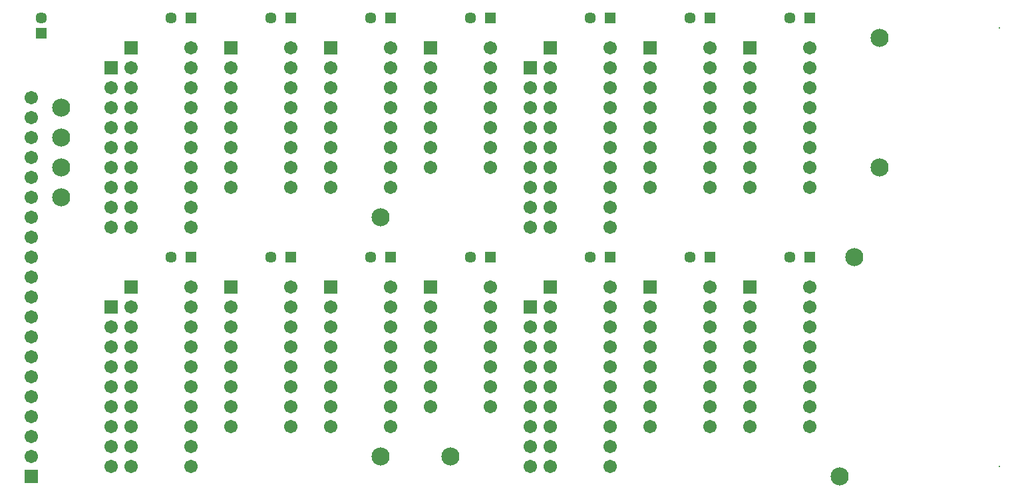
<source format=gts>
G04*
G04 #@! TF.GenerationSoftware,Altium Limited,Altium Designer,21.0.9 (235)*
G04*
G04 Layer_Color=8388736*
%FSLAX25Y25*%
%MOIN*%
G70*
G04*
G04 #@! TF.SameCoordinates,9810A963-8346-42D8-B9D0-F92D299A61E0*
G04*
G04*
G04 #@! TF.FilePolarity,Negative*
G04*
G01*
G75*
%ADD15C,0.09068*%
%ADD16R,0.05721X0.05721*%
%ADD17C,0.05721*%
%ADD18R,0.06706X0.06706*%
%ADD19C,0.06706*%
%ADD20C,0.06706*%
%ADD21R,0.06706X0.06706*%
%ADD22R,0.05721X0.05721*%
%ADD23C,0.00800*%
D15*
X125000Y260000D02*
D03*
Y275000D02*
D03*
Y290000D02*
D03*
Y305000D02*
D03*
X285000Y250000D02*
D03*
X535000Y340000D02*
D03*
X285000Y130000D02*
D03*
X320000D02*
D03*
X515000Y120000D02*
D03*
X522500Y230000D02*
D03*
X535000Y275000D02*
D03*
D16*
X240000Y350000D02*
D03*
X290000D02*
D03*
X340000D02*
D03*
X500000D02*
D03*
X450000D02*
D03*
X400000D02*
D03*
X190000Y230000D02*
D03*
X240000D02*
D03*
X290000D02*
D03*
X340000D02*
D03*
X400000D02*
D03*
X450000D02*
D03*
X500000D02*
D03*
X190000Y350000D02*
D03*
D17*
X230157D02*
D03*
X280157D02*
D03*
X330157D02*
D03*
X490158D02*
D03*
X440158D02*
D03*
X390158D02*
D03*
X180157Y230000D02*
D03*
X230157D02*
D03*
X280157D02*
D03*
X330157D02*
D03*
X390158D02*
D03*
X440158D02*
D03*
X490158D02*
D03*
X180157Y350000D02*
D03*
X115000D02*
D03*
D18*
X210000Y335000D02*
D03*
X470000D02*
D03*
X370000D02*
D03*
X420000D02*
D03*
X470000Y215000D02*
D03*
X420000D02*
D03*
X370000D02*
D03*
X310000D02*
D03*
X260000D02*
D03*
X210000D02*
D03*
X160000D02*
D03*
Y335000D02*
D03*
X260000D02*
D03*
X310000D02*
D03*
D19*
X210000Y325000D02*
D03*
Y315000D02*
D03*
Y305000D02*
D03*
Y295000D02*
D03*
Y285000D02*
D03*
Y275000D02*
D03*
Y265000D02*
D03*
X240000Y335000D02*
D03*
Y325000D02*
D03*
Y315000D02*
D03*
Y305000D02*
D03*
Y295000D02*
D03*
Y285000D02*
D03*
Y275000D02*
D03*
Y265000D02*
D03*
X500000D02*
D03*
Y275000D02*
D03*
Y285000D02*
D03*
Y295000D02*
D03*
Y305000D02*
D03*
Y315000D02*
D03*
Y325000D02*
D03*
Y335000D02*
D03*
X470000Y265000D02*
D03*
Y275000D02*
D03*
Y285000D02*
D03*
Y295000D02*
D03*
Y305000D02*
D03*
Y315000D02*
D03*
Y325000D02*
D03*
X370000D02*
D03*
Y315000D02*
D03*
Y305000D02*
D03*
Y295000D02*
D03*
Y285000D02*
D03*
Y275000D02*
D03*
Y265000D02*
D03*
Y255000D02*
D03*
Y245000D02*
D03*
X400000Y335000D02*
D03*
Y315000D02*
D03*
Y305000D02*
D03*
Y295000D02*
D03*
Y285000D02*
D03*
Y275000D02*
D03*
Y265000D02*
D03*
Y255000D02*
D03*
Y245000D02*
D03*
X450000Y265000D02*
D03*
Y275000D02*
D03*
Y285000D02*
D03*
Y295000D02*
D03*
Y305000D02*
D03*
Y315000D02*
D03*
Y325000D02*
D03*
Y335000D02*
D03*
X420000Y265000D02*
D03*
Y275000D02*
D03*
Y285000D02*
D03*
Y295000D02*
D03*
Y305000D02*
D03*
Y315000D02*
D03*
Y325000D02*
D03*
X500000Y145000D02*
D03*
Y155000D02*
D03*
Y165000D02*
D03*
Y175000D02*
D03*
Y185000D02*
D03*
Y195000D02*
D03*
Y205000D02*
D03*
Y215000D02*
D03*
X470000Y145000D02*
D03*
Y155000D02*
D03*
Y165000D02*
D03*
Y175000D02*
D03*
Y185000D02*
D03*
Y195000D02*
D03*
Y205000D02*
D03*
X450000Y145000D02*
D03*
Y155000D02*
D03*
Y165000D02*
D03*
Y175000D02*
D03*
Y185000D02*
D03*
Y195000D02*
D03*
Y205000D02*
D03*
Y215000D02*
D03*
X420000Y145000D02*
D03*
Y155000D02*
D03*
Y165000D02*
D03*
Y175000D02*
D03*
Y185000D02*
D03*
Y195000D02*
D03*
Y205000D02*
D03*
X370000D02*
D03*
Y195000D02*
D03*
Y185000D02*
D03*
Y175000D02*
D03*
Y165000D02*
D03*
Y155000D02*
D03*
Y145000D02*
D03*
Y135000D02*
D03*
Y125000D02*
D03*
X400000Y215000D02*
D03*
Y195000D02*
D03*
Y185000D02*
D03*
Y175000D02*
D03*
Y165000D02*
D03*
Y155000D02*
D03*
Y145000D02*
D03*
Y135000D02*
D03*
Y125000D02*
D03*
X340000Y155000D02*
D03*
Y165000D02*
D03*
Y175000D02*
D03*
Y185000D02*
D03*
Y195000D02*
D03*
Y205000D02*
D03*
Y215000D02*
D03*
X310000Y155000D02*
D03*
Y165000D02*
D03*
Y175000D02*
D03*
Y185000D02*
D03*
Y195000D02*
D03*
Y205000D02*
D03*
X260000D02*
D03*
Y195000D02*
D03*
Y185000D02*
D03*
Y175000D02*
D03*
Y165000D02*
D03*
Y155000D02*
D03*
Y145000D02*
D03*
X290000Y215000D02*
D03*
Y205000D02*
D03*
Y195000D02*
D03*
Y185000D02*
D03*
Y175000D02*
D03*
Y165000D02*
D03*
Y155000D02*
D03*
Y145000D02*
D03*
X240000D02*
D03*
Y155000D02*
D03*
Y165000D02*
D03*
Y175000D02*
D03*
Y185000D02*
D03*
Y195000D02*
D03*
Y205000D02*
D03*
Y215000D02*
D03*
X210000Y145000D02*
D03*
Y155000D02*
D03*
Y165000D02*
D03*
Y175000D02*
D03*
Y185000D02*
D03*
Y195000D02*
D03*
Y205000D02*
D03*
X160000D02*
D03*
Y195000D02*
D03*
Y185000D02*
D03*
Y175000D02*
D03*
Y165000D02*
D03*
Y155000D02*
D03*
Y145000D02*
D03*
Y135000D02*
D03*
Y125000D02*
D03*
X190000Y215000D02*
D03*
Y195000D02*
D03*
Y185000D02*
D03*
Y175000D02*
D03*
Y165000D02*
D03*
Y155000D02*
D03*
Y145000D02*
D03*
Y135000D02*
D03*
Y125000D02*
D03*
X160000Y325000D02*
D03*
Y315000D02*
D03*
Y305000D02*
D03*
Y295000D02*
D03*
Y285000D02*
D03*
Y275000D02*
D03*
Y265000D02*
D03*
Y255000D02*
D03*
Y245000D02*
D03*
X190000Y335000D02*
D03*
Y315000D02*
D03*
Y305000D02*
D03*
Y295000D02*
D03*
Y285000D02*
D03*
Y275000D02*
D03*
Y265000D02*
D03*
Y255000D02*
D03*
Y245000D02*
D03*
X290000Y265000D02*
D03*
Y275000D02*
D03*
Y285000D02*
D03*
Y295000D02*
D03*
Y305000D02*
D03*
Y315000D02*
D03*
Y325000D02*
D03*
Y335000D02*
D03*
X260000Y265000D02*
D03*
Y275000D02*
D03*
Y285000D02*
D03*
Y295000D02*
D03*
Y305000D02*
D03*
Y315000D02*
D03*
Y325000D02*
D03*
X310000D02*
D03*
Y315000D02*
D03*
Y305000D02*
D03*
Y295000D02*
D03*
Y285000D02*
D03*
Y275000D02*
D03*
X340000Y335000D02*
D03*
Y325000D02*
D03*
Y315000D02*
D03*
Y305000D02*
D03*
Y295000D02*
D03*
Y285000D02*
D03*
Y275000D02*
D03*
D20*
X400000Y325000D02*
D03*
X360000Y315000D02*
D03*
Y245000D02*
D03*
Y255000D02*
D03*
Y265000D02*
D03*
Y275000D02*
D03*
Y285000D02*
D03*
Y295000D02*
D03*
Y305000D02*
D03*
X400000Y205000D02*
D03*
X190000D02*
D03*
X360000Y195000D02*
D03*
Y125000D02*
D03*
Y135000D02*
D03*
Y145000D02*
D03*
Y155000D02*
D03*
Y165000D02*
D03*
Y175000D02*
D03*
Y185000D02*
D03*
X190000Y325000D02*
D03*
X150000Y195000D02*
D03*
Y125000D02*
D03*
Y135000D02*
D03*
Y145000D02*
D03*
Y155000D02*
D03*
Y165000D02*
D03*
Y175000D02*
D03*
Y185000D02*
D03*
Y305000D02*
D03*
Y295000D02*
D03*
Y285000D02*
D03*
Y275000D02*
D03*
Y265000D02*
D03*
Y255000D02*
D03*
Y245000D02*
D03*
Y315000D02*
D03*
X110000Y130000D02*
D03*
Y140000D02*
D03*
Y150000D02*
D03*
Y160000D02*
D03*
Y170000D02*
D03*
Y180000D02*
D03*
Y190000D02*
D03*
Y200000D02*
D03*
Y210000D02*
D03*
Y220000D02*
D03*
Y230000D02*
D03*
Y240000D02*
D03*
Y250000D02*
D03*
Y260000D02*
D03*
Y270000D02*
D03*
Y280000D02*
D03*
Y290000D02*
D03*
Y300000D02*
D03*
Y310000D02*
D03*
D21*
X360000Y325000D02*
D03*
Y205000D02*
D03*
X150000D02*
D03*
Y325000D02*
D03*
X110000Y120000D02*
D03*
D22*
X115000Y342126D02*
D03*
D23*
X595000Y125000D02*
D03*
Y345000D02*
D03*
M02*

</source>
